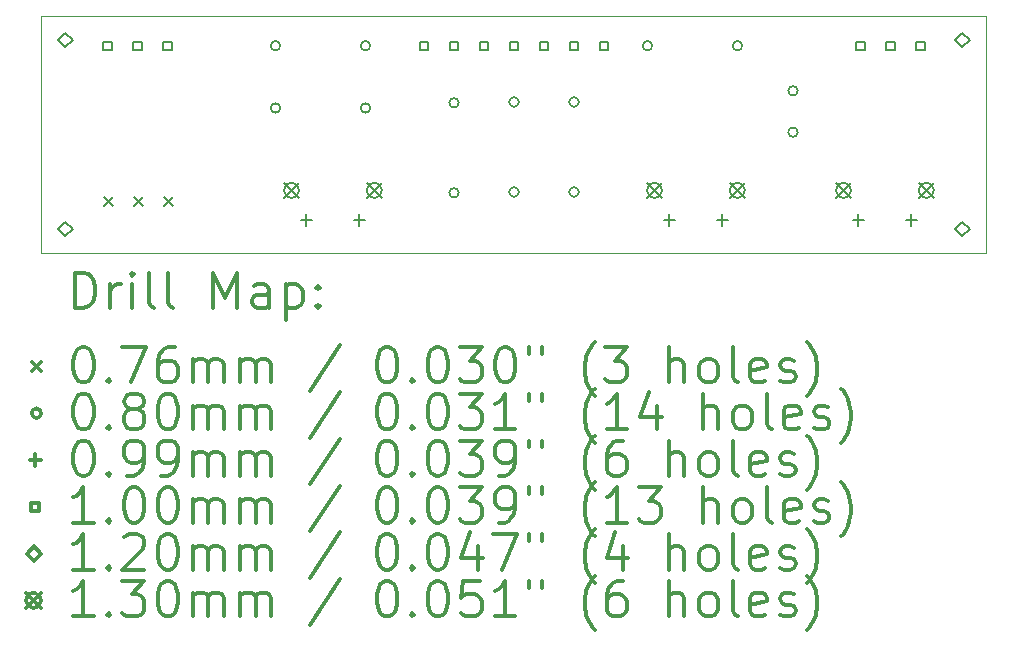
<source format=gbr>
%FSLAX45Y45*%
G04 Gerber Fmt 4.5, Leading zero omitted, Abs format (unit mm)*
G04 Created by KiCad (PCBNEW (5.1.9)-1) date 2021-06-30 13:02:03*
%MOMM*%
%LPD*%
G01*
G04 APERTURE LIST*
%TA.AperFunction,Profile*%
%ADD10C,0.050000*%
%TD*%
%ADD11C,0.200000*%
%ADD12C,0.300000*%
G04 APERTURE END LIST*
D10*
X10426700Y-8928100D02*
X10426700Y-10934700D01*
X18427700Y-8928100D02*
X10426700Y-8928100D01*
X18427700Y-10934700D02*
X18427700Y-8928100D01*
X10426700Y-10934700D02*
X18427700Y-10934700D01*
D11*
X10960100Y-10464800D02*
X11036300Y-10541000D01*
X11036300Y-10464800D02*
X10960100Y-10541000D01*
X11214100Y-10464800D02*
X11290300Y-10541000D01*
X11290300Y-10464800D02*
X11214100Y-10541000D01*
X11468100Y-10464800D02*
X11544300Y-10541000D01*
X11544300Y-10464800D02*
X11468100Y-10541000D01*
X12447900Y-9182100D02*
G75*
G03*
X12447900Y-9182100I-40000J0D01*
G01*
X12447900Y-9709150D02*
G75*
G03*
X12447900Y-9709150I-40000J0D01*
G01*
X13209900Y-9182100D02*
G75*
G03*
X13209900Y-9182100I-40000J0D01*
G01*
X13209900Y-9709150D02*
G75*
G03*
X13209900Y-9709150I-40000J0D01*
G01*
X13959200Y-9664700D02*
G75*
G03*
X13959200Y-9664700I-40000J0D01*
G01*
X13959200Y-10426700D02*
G75*
G03*
X13959200Y-10426700I-40000J0D01*
G01*
X14467200Y-9658350D02*
G75*
G03*
X14467200Y-9658350I-40000J0D01*
G01*
X14467200Y-10420350D02*
G75*
G03*
X14467200Y-10420350I-40000J0D01*
G01*
X14975200Y-9658350D02*
G75*
G03*
X14975200Y-9658350I-40000J0D01*
G01*
X14975200Y-10420350D02*
G75*
G03*
X14975200Y-10420350I-40000J0D01*
G01*
X15597500Y-9182100D02*
G75*
G03*
X15597500Y-9182100I-40000J0D01*
G01*
X16359500Y-9182100D02*
G75*
G03*
X16359500Y-9182100I-40000J0D01*
G01*
X16829400Y-9563100D02*
G75*
G03*
X16829400Y-9563100I-40000J0D01*
G01*
X16829400Y-9913100D02*
G75*
G03*
X16829400Y-9913100I-40000J0D01*
G01*
X12669100Y-10605800D02*
X12669100Y-10704800D01*
X12619600Y-10655300D02*
X12718600Y-10655300D01*
X13119100Y-10605800D02*
X13119100Y-10704800D01*
X13069600Y-10655300D02*
X13168600Y-10655300D01*
X15742500Y-10605800D02*
X15742500Y-10704800D01*
X15693000Y-10655300D02*
X15792000Y-10655300D01*
X16192500Y-10605800D02*
X16192500Y-10704800D01*
X16143000Y-10655300D02*
X16242000Y-10655300D01*
X17342700Y-10605800D02*
X17342700Y-10704800D01*
X17293200Y-10655300D02*
X17392200Y-10655300D01*
X17792700Y-10605800D02*
X17792700Y-10704800D01*
X17743200Y-10655300D02*
X17842200Y-10655300D01*
X11020856Y-9217456D02*
X11020856Y-9146744D01*
X10950144Y-9146744D01*
X10950144Y-9217456D01*
X11020856Y-9217456D01*
X11274856Y-9217456D02*
X11274856Y-9146744D01*
X11204144Y-9146744D01*
X11204144Y-9217456D01*
X11274856Y-9217456D01*
X11528856Y-9217456D02*
X11528856Y-9146744D01*
X11458144Y-9146744D01*
X11458144Y-9217456D01*
X11528856Y-9217456D01*
X13700556Y-9217456D02*
X13700556Y-9146744D01*
X13629844Y-9146744D01*
X13629844Y-9217456D01*
X13700556Y-9217456D01*
X13954556Y-9217456D02*
X13954556Y-9146744D01*
X13883844Y-9146744D01*
X13883844Y-9217456D01*
X13954556Y-9217456D01*
X14208556Y-9217456D02*
X14208556Y-9146744D01*
X14137844Y-9146744D01*
X14137844Y-9217456D01*
X14208556Y-9217456D01*
X14462556Y-9217456D02*
X14462556Y-9146744D01*
X14391844Y-9146744D01*
X14391844Y-9217456D01*
X14462556Y-9217456D01*
X14716556Y-9217456D02*
X14716556Y-9146744D01*
X14645844Y-9146744D01*
X14645844Y-9217456D01*
X14716556Y-9217456D01*
X14970556Y-9217456D02*
X14970556Y-9146744D01*
X14899844Y-9146744D01*
X14899844Y-9217456D01*
X14970556Y-9217456D01*
X15224556Y-9217456D02*
X15224556Y-9146744D01*
X15153844Y-9146744D01*
X15153844Y-9217456D01*
X15224556Y-9217456D01*
X17396256Y-9217456D02*
X17396256Y-9146744D01*
X17325544Y-9146744D01*
X17325544Y-9217456D01*
X17396256Y-9217456D01*
X17650256Y-9217456D02*
X17650256Y-9146744D01*
X17579544Y-9146744D01*
X17579544Y-9217456D01*
X17650256Y-9217456D01*
X17904256Y-9217456D02*
X17904256Y-9146744D01*
X17833544Y-9146744D01*
X17833544Y-9217456D01*
X17904256Y-9217456D01*
X10629900Y-9191300D02*
X10689900Y-9131300D01*
X10629900Y-9071300D01*
X10569900Y-9131300D01*
X10629900Y-9191300D01*
X10629900Y-10791500D02*
X10689900Y-10731500D01*
X10629900Y-10671500D01*
X10569900Y-10731500D01*
X10629900Y-10791500D01*
X18224500Y-9191300D02*
X18284500Y-9131300D01*
X18224500Y-9071300D01*
X18164500Y-9131300D01*
X18224500Y-9191300D01*
X18224500Y-10791500D02*
X18284500Y-10731500D01*
X18224500Y-10671500D01*
X18164500Y-10731500D01*
X18224500Y-10791500D01*
X12478100Y-10341300D02*
X12608100Y-10471300D01*
X12608100Y-10341300D02*
X12478100Y-10471300D01*
X12608100Y-10406300D02*
G75*
G03*
X12608100Y-10406300I-65000J0D01*
G01*
X13179100Y-10341300D02*
X13309100Y-10471300D01*
X13309100Y-10341300D02*
X13179100Y-10471300D01*
X13309100Y-10406300D02*
G75*
G03*
X13309100Y-10406300I-65000J0D01*
G01*
X15551500Y-10341300D02*
X15681500Y-10471300D01*
X15681500Y-10341300D02*
X15551500Y-10471300D01*
X15681500Y-10406300D02*
G75*
G03*
X15681500Y-10406300I-65000J0D01*
G01*
X16252500Y-10341300D02*
X16382500Y-10471300D01*
X16382500Y-10341300D02*
X16252500Y-10471300D01*
X16382500Y-10406300D02*
G75*
G03*
X16382500Y-10406300I-65000J0D01*
G01*
X17151700Y-10341300D02*
X17281700Y-10471300D01*
X17281700Y-10341300D02*
X17151700Y-10471300D01*
X17281700Y-10406300D02*
G75*
G03*
X17281700Y-10406300I-65000J0D01*
G01*
X17852700Y-10341300D02*
X17982700Y-10471300D01*
X17982700Y-10341300D02*
X17852700Y-10471300D01*
X17982700Y-10406300D02*
G75*
G03*
X17982700Y-10406300I-65000J0D01*
G01*
D12*
X10710628Y-11402914D02*
X10710628Y-11102914D01*
X10782057Y-11102914D01*
X10824914Y-11117200D01*
X10853486Y-11145772D01*
X10867771Y-11174343D01*
X10882057Y-11231486D01*
X10882057Y-11274343D01*
X10867771Y-11331486D01*
X10853486Y-11360057D01*
X10824914Y-11388629D01*
X10782057Y-11402914D01*
X10710628Y-11402914D01*
X11010628Y-11402914D02*
X11010628Y-11202914D01*
X11010628Y-11260057D02*
X11024914Y-11231486D01*
X11039200Y-11217200D01*
X11067771Y-11202914D01*
X11096343Y-11202914D01*
X11196343Y-11402914D02*
X11196343Y-11202914D01*
X11196343Y-11102914D02*
X11182057Y-11117200D01*
X11196343Y-11131486D01*
X11210628Y-11117200D01*
X11196343Y-11102914D01*
X11196343Y-11131486D01*
X11382057Y-11402914D02*
X11353486Y-11388629D01*
X11339200Y-11360057D01*
X11339200Y-11102914D01*
X11539200Y-11402914D02*
X11510628Y-11388629D01*
X11496343Y-11360057D01*
X11496343Y-11102914D01*
X11882057Y-11402914D02*
X11882057Y-11102914D01*
X11982057Y-11317200D01*
X12082057Y-11102914D01*
X12082057Y-11402914D01*
X12353486Y-11402914D02*
X12353486Y-11245771D01*
X12339200Y-11217200D01*
X12310628Y-11202914D01*
X12253486Y-11202914D01*
X12224914Y-11217200D01*
X12353486Y-11388629D02*
X12324914Y-11402914D01*
X12253486Y-11402914D01*
X12224914Y-11388629D01*
X12210628Y-11360057D01*
X12210628Y-11331486D01*
X12224914Y-11302914D01*
X12253486Y-11288629D01*
X12324914Y-11288629D01*
X12353486Y-11274343D01*
X12496343Y-11202914D02*
X12496343Y-11502914D01*
X12496343Y-11217200D02*
X12524914Y-11202914D01*
X12582057Y-11202914D01*
X12610628Y-11217200D01*
X12624914Y-11231486D01*
X12639200Y-11260057D01*
X12639200Y-11345771D01*
X12624914Y-11374343D01*
X12610628Y-11388629D01*
X12582057Y-11402914D01*
X12524914Y-11402914D01*
X12496343Y-11388629D01*
X12767771Y-11374343D02*
X12782057Y-11388629D01*
X12767771Y-11402914D01*
X12753486Y-11388629D01*
X12767771Y-11374343D01*
X12767771Y-11402914D01*
X12767771Y-11217200D02*
X12782057Y-11231486D01*
X12767771Y-11245771D01*
X12753486Y-11231486D01*
X12767771Y-11217200D01*
X12767771Y-11245771D01*
X10348000Y-11859100D02*
X10424200Y-11935300D01*
X10424200Y-11859100D02*
X10348000Y-11935300D01*
X10767771Y-11732914D02*
X10796343Y-11732914D01*
X10824914Y-11747200D01*
X10839200Y-11761486D01*
X10853486Y-11790057D01*
X10867771Y-11847200D01*
X10867771Y-11918629D01*
X10853486Y-11975771D01*
X10839200Y-12004343D01*
X10824914Y-12018629D01*
X10796343Y-12032914D01*
X10767771Y-12032914D01*
X10739200Y-12018629D01*
X10724914Y-12004343D01*
X10710628Y-11975771D01*
X10696343Y-11918629D01*
X10696343Y-11847200D01*
X10710628Y-11790057D01*
X10724914Y-11761486D01*
X10739200Y-11747200D01*
X10767771Y-11732914D01*
X10996343Y-12004343D02*
X11010628Y-12018629D01*
X10996343Y-12032914D01*
X10982057Y-12018629D01*
X10996343Y-12004343D01*
X10996343Y-12032914D01*
X11110628Y-11732914D02*
X11310628Y-11732914D01*
X11182057Y-12032914D01*
X11553486Y-11732914D02*
X11496343Y-11732914D01*
X11467771Y-11747200D01*
X11453486Y-11761486D01*
X11424914Y-11804343D01*
X11410628Y-11861486D01*
X11410628Y-11975771D01*
X11424914Y-12004343D01*
X11439200Y-12018629D01*
X11467771Y-12032914D01*
X11524914Y-12032914D01*
X11553486Y-12018629D01*
X11567771Y-12004343D01*
X11582057Y-11975771D01*
X11582057Y-11904343D01*
X11567771Y-11875771D01*
X11553486Y-11861486D01*
X11524914Y-11847200D01*
X11467771Y-11847200D01*
X11439200Y-11861486D01*
X11424914Y-11875771D01*
X11410628Y-11904343D01*
X11710628Y-12032914D02*
X11710628Y-11832914D01*
X11710628Y-11861486D02*
X11724914Y-11847200D01*
X11753486Y-11832914D01*
X11796343Y-11832914D01*
X11824914Y-11847200D01*
X11839200Y-11875771D01*
X11839200Y-12032914D01*
X11839200Y-11875771D02*
X11853486Y-11847200D01*
X11882057Y-11832914D01*
X11924914Y-11832914D01*
X11953486Y-11847200D01*
X11967771Y-11875771D01*
X11967771Y-12032914D01*
X12110628Y-12032914D02*
X12110628Y-11832914D01*
X12110628Y-11861486D02*
X12124914Y-11847200D01*
X12153486Y-11832914D01*
X12196343Y-11832914D01*
X12224914Y-11847200D01*
X12239200Y-11875771D01*
X12239200Y-12032914D01*
X12239200Y-11875771D02*
X12253486Y-11847200D01*
X12282057Y-11832914D01*
X12324914Y-11832914D01*
X12353486Y-11847200D01*
X12367771Y-11875771D01*
X12367771Y-12032914D01*
X12953486Y-11718629D02*
X12696343Y-12104343D01*
X13339200Y-11732914D02*
X13367771Y-11732914D01*
X13396343Y-11747200D01*
X13410628Y-11761486D01*
X13424914Y-11790057D01*
X13439200Y-11847200D01*
X13439200Y-11918629D01*
X13424914Y-11975771D01*
X13410628Y-12004343D01*
X13396343Y-12018629D01*
X13367771Y-12032914D01*
X13339200Y-12032914D01*
X13310628Y-12018629D01*
X13296343Y-12004343D01*
X13282057Y-11975771D01*
X13267771Y-11918629D01*
X13267771Y-11847200D01*
X13282057Y-11790057D01*
X13296343Y-11761486D01*
X13310628Y-11747200D01*
X13339200Y-11732914D01*
X13567771Y-12004343D02*
X13582057Y-12018629D01*
X13567771Y-12032914D01*
X13553486Y-12018629D01*
X13567771Y-12004343D01*
X13567771Y-12032914D01*
X13767771Y-11732914D02*
X13796343Y-11732914D01*
X13824914Y-11747200D01*
X13839200Y-11761486D01*
X13853486Y-11790057D01*
X13867771Y-11847200D01*
X13867771Y-11918629D01*
X13853486Y-11975771D01*
X13839200Y-12004343D01*
X13824914Y-12018629D01*
X13796343Y-12032914D01*
X13767771Y-12032914D01*
X13739200Y-12018629D01*
X13724914Y-12004343D01*
X13710628Y-11975771D01*
X13696343Y-11918629D01*
X13696343Y-11847200D01*
X13710628Y-11790057D01*
X13724914Y-11761486D01*
X13739200Y-11747200D01*
X13767771Y-11732914D01*
X13967771Y-11732914D02*
X14153486Y-11732914D01*
X14053486Y-11847200D01*
X14096343Y-11847200D01*
X14124914Y-11861486D01*
X14139200Y-11875771D01*
X14153486Y-11904343D01*
X14153486Y-11975771D01*
X14139200Y-12004343D01*
X14124914Y-12018629D01*
X14096343Y-12032914D01*
X14010628Y-12032914D01*
X13982057Y-12018629D01*
X13967771Y-12004343D01*
X14339200Y-11732914D02*
X14367771Y-11732914D01*
X14396343Y-11747200D01*
X14410628Y-11761486D01*
X14424914Y-11790057D01*
X14439200Y-11847200D01*
X14439200Y-11918629D01*
X14424914Y-11975771D01*
X14410628Y-12004343D01*
X14396343Y-12018629D01*
X14367771Y-12032914D01*
X14339200Y-12032914D01*
X14310628Y-12018629D01*
X14296343Y-12004343D01*
X14282057Y-11975771D01*
X14267771Y-11918629D01*
X14267771Y-11847200D01*
X14282057Y-11790057D01*
X14296343Y-11761486D01*
X14310628Y-11747200D01*
X14339200Y-11732914D01*
X14553486Y-11732914D02*
X14553486Y-11790057D01*
X14667771Y-11732914D02*
X14667771Y-11790057D01*
X15110628Y-12147200D02*
X15096343Y-12132914D01*
X15067771Y-12090057D01*
X15053486Y-12061486D01*
X15039200Y-12018629D01*
X15024914Y-11947200D01*
X15024914Y-11890057D01*
X15039200Y-11818629D01*
X15053486Y-11775771D01*
X15067771Y-11747200D01*
X15096343Y-11704343D01*
X15110628Y-11690057D01*
X15196343Y-11732914D02*
X15382057Y-11732914D01*
X15282057Y-11847200D01*
X15324914Y-11847200D01*
X15353486Y-11861486D01*
X15367771Y-11875771D01*
X15382057Y-11904343D01*
X15382057Y-11975771D01*
X15367771Y-12004343D01*
X15353486Y-12018629D01*
X15324914Y-12032914D01*
X15239200Y-12032914D01*
X15210628Y-12018629D01*
X15196343Y-12004343D01*
X15739200Y-12032914D02*
X15739200Y-11732914D01*
X15867771Y-12032914D02*
X15867771Y-11875771D01*
X15853486Y-11847200D01*
X15824914Y-11832914D01*
X15782057Y-11832914D01*
X15753486Y-11847200D01*
X15739200Y-11861486D01*
X16053486Y-12032914D02*
X16024914Y-12018629D01*
X16010628Y-12004343D01*
X15996343Y-11975771D01*
X15996343Y-11890057D01*
X16010628Y-11861486D01*
X16024914Y-11847200D01*
X16053486Y-11832914D01*
X16096343Y-11832914D01*
X16124914Y-11847200D01*
X16139200Y-11861486D01*
X16153486Y-11890057D01*
X16153486Y-11975771D01*
X16139200Y-12004343D01*
X16124914Y-12018629D01*
X16096343Y-12032914D01*
X16053486Y-12032914D01*
X16324914Y-12032914D02*
X16296343Y-12018629D01*
X16282057Y-11990057D01*
X16282057Y-11732914D01*
X16553486Y-12018629D02*
X16524914Y-12032914D01*
X16467771Y-12032914D01*
X16439200Y-12018629D01*
X16424914Y-11990057D01*
X16424914Y-11875771D01*
X16439200Y-11847200D01*
X16467771Y-11832914D01*
X16524914Y-11832914D01*
X16553486Y-11847200D01*
X16567771Y-11875771D01*
X16567771Y-11904343D01*
X16424914Y-11932914D01*
X16682057Y-12018629D02*
X16710628Y-12032914D01*
X16767771Y-12032914D01*
X16796343Y-12018629D01*
X16810628Y-11990057D01*
X16810628Y-11975771D01*
X16796343Y-11947200D01*
X16767771Y-11932914D01*
X16724914Y-11932914D01*
X16696343Y-11918629D01*
X16682057Y-11890057D01*
X16682057Y-11875771D01*
X16696343Y-11847200D01*
X16724914Y-11832914D01*
X16767771Y-11832914D01*
X16796343Y-11847200D01*
X16910628Y-12147200D02*
X16924914Y-12132914D01*
X16953486Y-12090057D01*
X16967771Y-12061486D01*
X16982057Y-12018629D01*
X16996343Y-11947200D01*
X16996343Y-11890057D01*
X16982057Y-11818629D01*
X16967771Y-11775771D01*
X16953486Y-11747200D01*
X16924914Y-11704343D01*
X16910628Y-11690057D01*
X10424200Y-12293200D02*
G75*
G03*
X10424200Y-12293200I-40000J0D01*
G01*
X10767771Y-12128914D02*
X10796343Y-12128914D01*
X10824914Y-12143200D01*
X10839200Y-12157486D01*
X10853486Y-12186057D01*
X10867771Y-12243200D01*
X10867771Y-12314629D01*
X10853486Y-12371771D01*
X10839200Y-12400343D01*
X10824914Y-12414629D01*
X10796343Y-12428914D01*
X10767771Y-12428914D01*
X10739200Y-12414629D01*
X10724914Y-12400343D01*
X10710628Y-12371771D01*
X10696343Y-12314629D01*
X10696343Y-12243200D01*
X10710628Y-12186057D01*
X10724914Y-12157486D01*
X10739200Y-12143200D01*
X10767771Y-12128914D01*
X10996343Y-12400343D02*
X11010628Y-12414629D01*
X10996343Y-12428914D01*
X10982057Y-12414629D01*
X10996343Y-12400343D01*
X10996343Y-12428914D01*
X11182057Y-12257486D02*
X11153486Y-12243200D01*
X11139200Y-12228914D01*
X11124914Y-12200343D01*
X11124914Y-12186057D01*
X11139200Y-12157486D01*
X11153486Y-12143200D01*
X11182057Y-12128914D01*
X11239200Y-12128914D01*
X11267771Y-12143200D01*
X11282057Y-12157486D01*
X11296343Y-12186057D01*
X11296343Y-12200343D01*
X11282057Y-12228914D01*
X11267771Y-12243200D01*
X11239200Y-12257486D01*
X11182057Y-12257486D01*
X11153486Y-12271771D01*
X11139200Y-12286057D01*
X11124914Y-12314629D01*
X11124914Y-12371771D01*
X11139200Y-12400343D01*
X11153486Y-12414629D01*
X11182057Y-12428914D01*
X11239200Y-12428914D01*
X11267771Y-12414629D01*
X11282057Y-12400343D01*
X11296343Y-12371771D01*
X11296343Y-12314629D01*
X11282057Y-12286057D01*
X11267771Y-12271771D01*
X11239200Y-12257486D01*
X11482057Y-12128914D02*
X11510628Y-12128914D01*
X11539200Y-12143200D01*
X11553486Y-12157486D01*
X11567771Y-12186057D01*
X11582057Y-12243200D01*
X11582057Y-12314629D01*
X11567771Y-12371771D01*
X11553486Y-12400343D01*
X11539200Y-12414629D01*
X11510628Y-12428914D01*
X11482057Y-12428914D01*
X11453486Y-12414629D01*
X11439200Y-12400343D01*
X11424914Y-12371771D01*
X11410628Y-12314629D01*
X11410628Y-12243200D01*
X11424914Y-12186057D01*
X11439200Y-12157486D01*
X11453486Y-12143200D01*
X11482057Y-12128914D01*
X11710628Y-12428914D02*
X11710628Y-12228914D01*
X11710628Y-12257486D02*
X11724914Y-12243200D01*
X11753486Y-12228914D01*
X11796343Y-12228914D01*
X11824914Y-12243200D01*
X11839200Y-12271771D01*
X11839200Y-12428914D01*
X11839200Y-12271771D02*
X11853486Y-12243200D01*
X11882057Y-12228914D01*
X11924914Y-12228914D01*
X11953486Y-12243200D01*
X11967771Y-12271771D01*
X11967771Y-12428914D01*
X12110628Y-12428914D02*
X12110628Y-12228914D01*
X12110628Y-12257486D02*
X12124914Y-12243200D01*
X12153486Y-12228914D01*
X12196343Y-12228914D01*
X12224914Y-12243200D01*
X12239200Y-12271771D01*
X12239200Y-12428914D01*
X12239200Y-12271771D02*
X12253486Y-12243200D01*
X12282057Y-12228914D01*
X12324914Y-12228914D01*
X12353486Y-12243200D01*
X12367771Y-12271771D01*
X12367771Y-12428914D01*
X12953486Y-12114629D02*
X12696343Y-12500343D01*
X13339200Y-12128914D02*
X13367771Y-12128914D01*
X13396343Y-12143200D01*
X13410628Y-12157486D01*
X13424914Y-12186057D01*
X13439200Y-12243200D01*
X13439200Y-12314629D01*
X13424914Y-12371771D01*
X13410628Y-12400343D01*
X13396343Y-12414629D01*
X13367771Y-12428914D01*
X13339200Y-12428914D01*
X13310628Y-12414629D01*
X13296343Y-12400343D01*
X13282057Y-12371771D01*
X13267771Y-12314629D01*
X13267771Y-12243200D01*
X13282057Y-12186057D01*
X13296343Y-12157486D01*
X13310628Y-12143200D01*
X13339200Y-12128914D01*
X13567771Y-12400343D02*
X13582057Y-12414629D01*
X13567771Y-12428914D01*
X13553486Y-12414629D01*
X13567771Y-12400343D01*
X13567771Y-12428914D01*
X13767771Y-12128914D02*
X13796343Y-12128914D01*
X13824914Y-12143200D01*
X13839200Y-12157486D01*
X13853486Y-12186057D01*
X13867771Y-12243200D01*
X13867771Y-12314629D01*
X13853486Y-12371771D01*
X13839200Y-12400343D01*
X13824914Y-12414629D01*
X13796343Y-12428914D01*
X13767771Y-12428914D01*
X13739200Y-12414629D01*
X13724914Y-12400343D01*
X13710628Y-12371771D01*
X13696343Y-12314629D01*
X13696343Y-12243200D01*
X13710628Y-12186057D01*
X13724914Y-12157486D01*
X13739200Y-12143200D01*
X13767771Y-12128914D01*
X13967771Y-12128914D02*
X14153486Y-12128914D01*
X14053486Y-12243200D01*
X14096343Y-12243200D01*
X14124914Y-12257486D01*
X14139200Y-12271771D01*
X14153486Y-12300343D01*
X14153486Y-12371771D01*
X14139200Y-12400343D01*
X14124914Y-12414629D01*
X14096343Y-12428914D01*
X14010628Y-12428914D01*
X13982057Y-12414629D01*
X13967771Y-12400343D01*
X14439200Y-12428914D02*
X14267771Y-12428914D01*
X14353486Y-12428914D02*
X14353486Y-12128914D01*
X14324914Y-12171771D01*
X14296343Y-12200343D01*
X14267771Y-12214629D01*
X14553486Y-12128914D02*
X14553486Y-12186057D01*
X14667771Y-12128914D02*
X14667771Y-12186057D01*
X15110628Y-12543200D02*
X15096343Y-12528914D01*
X15067771Y-12486057D01*
X15053486Y-12457486D01*
X15039200Y-12414629D01*
X15024914Y-12343200D01*
X15024914Y-12286057D01*
X15039200Y-12214629D01*
X15053486Y-12171771D01*
X15067771Y-12143200D01*
X15096343Y-12100343D01*
X15110628Y-12086057D01*
X15382057Y-12428914D02*
X15210628Y-12428914D01*
X15296343Y-12428914D02*
X15296343Y-12128914D01*
X15267771Y-12171771D01*
X15239200Y-12200343D01*
X15210628Y-12214629D01*
X15639200Y-12228914D02*
X15639200Y-12428914D01*
X15567771Y-12114629D02*
X15496343Y-12328914D01*
X15682057Y-12328914D01*
X16024914Y-12428914D02*
X16024914Y-12128914D01*
X16153486Y-12428914D02*
X16153486Y-12271771D01*
X16139200Y-12243200D01*
X16110628Y-12228914D01*
X16067771Y-12228914D01*
X16039200Y-12243200D01*
X16024914Y-12257486D01*
X16339200Y-12428914D02*
X16310628Y-12414629D01*
X16296343Y-12400343D01*
X16282057Y-12371771D01*
X16282057Y-12286057D01*
X16296343Y-12257486D01*
X16310628Y-12243200D01*
X16339200Y-12228914D01*
X16382057Y-12228914D01*
X16410628Y-12243200D01*
X16424914Y-12257486D01*
X16439200Y-12286057D01*
X16439200Y-12371771D01*
X16424914Y-12400343D01*
X16410628Y-12414629D01*
X16382057Y-12428914D01*
X16339200Y-12428914D01*
X16610628Y-12428914D02*
X16582057Y-12414629D01*
X16567771Y-12386057D01*
X16567771Y-12128914D01*
X16839200Y-12414629D02*
X16810628Y-12428914D01*
X16753486Y-12428914D01*
X16724914Y-12414629D01*
X16710628Y-12386057D01*
X16710628Y-12271771D01*
X16724914Y-12243200D01*
X16753486Y-12228914D01*
X16810628Y-12228914D01*
X16839200Y-12243200D01*
X16853486Y-12271771D01*
X16853486Y-12300343D01*
X16710628Y-12328914D01*
X16967771Y-12414629D02*
X16996343Y-12428914D01*
X17053486Y-12428914D01*
X17082057Y-12414629D01*
X17096343Y-12386057D01*
X17096343Y-12371771D01*
X17082057Y-12343200D01*
X17053486Y-12328914D01*
X17010628Y-12328914D01*
X16982057Y-12314629D01*
X16967771Y-12286057D01*
X16967771Y-12271771D01*
X16982057Y-12243200D01*
X17010628Y-12228914D01*
X17053486Y-12228914D01*
X17082057Y-12243200D01*
X17196343Y-12543200D02*
X17210628Y-12528914D01*
X17239200Y-12486057D01*
X17253486Y-12457486D01*
X17267771Y-12414629D01*
X17282057Y-12343200D01*
X17282057Y-12286057D01*
X17267771Y-12214629D01*
X17253486Y-12171771D01*
X17239200Y-12143200D01*
X17210628Y-12100343D01*
X17196343Y-12086057D01*
X10374700Y-12639700D02*
X10374700Y-12738700D01*
X10325200Y-12689200D02*
X10424200Y-12689200D01*
X10767771Y-12524914D02*
X10796343Y-12524914D01*
X10824914Y-12539200D01*
X10839200Y-12553486D01*
X10853486Y-12582057D01*
X10867771Y-12639200D01*
X10867771Y-12710629D01*
X10853486Y-12767771D01*
X10839200Y-12796343D01*
X10824914Y-12810629D01*
X10796343Y-12824914D01*
X10767771Y-12824914D01*
X10739200Y-12810629D01*
X10724914Y-12796343D01*
X10710628Y-12767771D01*
X10696343Y-12710629D01*
X10696343Y-12639200D01*
X10710628Y-12582057D01*
X10724914Y-12553486D01*
X10739200Y-12539200D01*
X10767771Y-12524914D01*
X10996343Y-12796343D02*
X11010628Y-12810629D01*
X10996343Y-12824914D01*
X10982057Y-12810629D01*
X10996343Y-12796343D01*
X10996343Y-12824914D01*
X11153486Y-12824914D02*
X11210628Y-12824914D01*
X11239200Y-12810629D01*
X11253486Y-12796343D01*
X11282057Y-12753486D01*
X11296343Y-12696343D01*
X11296343Y-12582057D01*
X11282057Y-12553486D01*
X11267771Y-12539200D01*
X11239200Y-12524914D01*
X11182057Y-12524914D01*
X11153486Y-12539200D01*
X11139200Y-12553486D01*
X11124914Y-12582057D01*
X11124914Y-12653486D01*
X11139200Y-12682057D01*
X11153486Y-12696343D01*
X11182057Y-12710629D01*
X11239200Y-12710629D01*
X11267771Y-12696343D01*
X11282057Y-12682057D01*
X11296343Y-12653486D01*
X11439200Y-12824914D02*
X11496343Y-12824914D01*
X11524914Y-12810629D01*
X11539200Y-12796343D01*
X11567771Y-12753486D01*
X11582057Y-12696343D01*
X11582057Y-12582057D01*
X11567771Y-12553486D01*
X11553486Y-12539200D01*
X11524914Y-12524914D01*
X11467771Y-12524914D01*
X11439200Y-12539200D01*
X11424914Y-12553486D01*
X11410628Y-12582057D01*
X11410628Y-12653486D01*
X11424914Y-12682057D01*
X11439200Y-12696343D01*
X11467771Y-12710629D01*
X11524914Y-12710629D01*
X11553486Y-12696343D01*
X11567771Y-12682057D01*
X11582057Y-12653486D01*
X11710628Y-12824914D02*
X11710628Y-12624914D01*
X11710628Y-12653486D02*
X11724914Y-12639200D01*
X11753486Y-12624914D01*
X11796343Y-12624914D01*
X11824914Y-12639200D01*
X11839200Y-12667771D01*
X11839200Y-12824914D01*
X11839200Y-12667771D02*
X11853486Y-12639200D01*
X11882057Y-12624914D01*
X11924914Y-12624914D01*
X11953486Y-12639200D01*
X11967771Y-12667771D01*
X11967771Y-12824914D01*
X12110628Y-12824914D02*
X12110628Y-12624914D01*
X12110628Y-12653486D02*
X12124914Y-12639200D01*
X12153486Y-12624914D01*
X12196343Y-12624914D01*
X12224914Y-12639200D01*
X12239200Y-12667771D01*
X12239200Y-12824914D01*
X12239200Y-12667771D02*
X12253486Y-12639200D01*
X12282057Y-12624914D01*
X12324914Y-12624914D01*
X12353486Y-12639200D01*
X12367771Y-12667771D01*
X12367771Y-12824914D01*
X12953486Y-12510629D02*
X12696343Y-12896343D01*
X13339200Y-12524914D02*
X13367771Y-12524914D01*
X13396343Y-12539200D01*
X13410628Y-12553486D01*
X13424914Y-12582057D01*
X13439200Y-12639200D01*
X13439200Y-12710629D01*
X13424914Y-12767771D01*
X13410628Y-12796343D01*
X13396343Y-12810629D01*
X13367771Y-12824914D01*
X13339200Y-12824914D01*
X13310628Y-12810629D01*
X13296343Y-12796343D01*
X13282057Y-12767771D01*
X13267771Y-12710629D01*
X13267771Y-12639200D01*
X13282057Y-12582057D01*
X13296343Y-12553486D01*
X13310628Y-12539200D01*
X13339200Y-12524914D01*
X13567771Y-12796343D02*
X13582057Y-12810629D01*
X13567771Y-12824914D01*
X13553486Y-12810629D01*
X13567771Y-12796343D01*
X13567771Y-12824914D01*
X13767771Y-12524914D02*
X13796343Y-12524914D01*
X13824914Y-12539200D01*
X13839200Y-12553486D01*
X13853486Y-12582057D01*
X13867771Y-12639200D01*
X13867771Y-12710629D01*
X13853486Y-12767771D01*
X13839200Y-12796343D01*
X13824914Y-12810629D01*
X13796343Y-12824914D01*
X13767771Y-12824914D01*
X13739200Y-12810629D01*
X13724914Y-12796343D01*
X13710628Y-12767771D01*
X13696343Y-12710629D01*
X13696343Y-12639200D01*
X13710628Y-12582057D01*
X13724914Y-12553486D01*
X13739200Y-12539200D01*
X13767771Y-12524914D01*
X13967771Y-12524914D02*
X14153486Y-12524914D01*
X14053486Y-12639200D01*
X14096343Y-12639200D01*
X14124914Y-12653486D01*
X14139200Y-12667771D01*
X14153486Y-12696343D01*
X14153486Y-12767771D01*
X14139200Y-12796343D01*
X14124914Y-12810629D01*
X14096343Y-12824914D01*
X14010628Y-12824914D01*
X13982057Y-12810629D01*
X13967771Y-12796343D01*
X14296343Y-12824914D02*
X14353486Y-12824914D01*
X14382057Y-12810629D01*
X14396343Y-12796343D01*
X14424914Y-12753486D01*
X14439200Y-12696343D01*
X14439200Y-12582057D01*
X14424914Y-12553486D01*
X14410628Y-12539200D01*
X14382057Y-12524914D01*
X14324914Y-12524914D01*
X14296343Y-12539200D01*
X14282057Y-12553486D01*
X14267771Y-12582057D01*
X14267771Y-12653486D01*
X14282057Y-12682057D01*
X14296343Y-12696343D01*
X14324914Y-12710629D01*
X14382057Y-12710629D01*
X14410628Y-12696343D01*
X14424914Y-12682057D01*
X14439200Y-12653486D01*
X14553486Y-12524914D02*
X14553486Y-12582057D01*
X14667771Y-12524914D02*
X14667771Y-12582057D01*
X15110628Y-12939200D02*
X15096343Y-12924914D01*
X15067771Y-12882057D01*
X15053486Y-12853486D01*
X15039200Y-12810629D01*
X15024914Y-12739200D01*
X15024914Y-12682057D01*
X15039200Y-12610629D01*
X15053486Y-12567771D01*
X15067771Y-12539200D01*
X15096343Y-12496343D01*
X15110628Y-12482057D01*
X15353486Y-12524914D02*
X15296343Y-12524914D01*
X15267771Y-12539200D01*
X15253486Y-12553486D01*
X15224914Y-12596343D01*
X15210628Y-12653486D01*
X15210628Y-12767771D01*
X15224914Y-12796343D01*
X15239200Y-12810629D01*
X15267771Y-12824914D01*
X15324914Y-12824914D01*
X15353486Y-12810629D01*
X15367771Y-12796343D01*
X15382057Y-12767771D01*
X15382057Y-12696343D01*
X15367771Y-12667771D01*
X15353486Y-12653486D01*
X15324914Y-12639200D01*
X15267771Y-12639200D01*
X15239200Y-12653486D01*
X15224914Y-12667771D01*
X15210628Y-12696343D01*
X15739200Y-12824914D02*
X15739200Y-12524914D01*
X15867771Y-12824914D02*
X15867771Y-12667771D01*
X15853486Y-12639200D01*
X15824914Y-12624914D01*
X15782057Y-12624914D01*
X15753486Y-12639200D01*
X15739200Y-12653486D01*
X16053486Y-12824914D02*
X16024914Y-12810629D01*
X16010628Y-12796343D01*
X15996343Y-12767771D01*
X15996343Y-12682057D01*
X16010628Y-12653486D01*
X16024914Y-12639200D01*
X16053486Y-12624914D01*
X16096343Y-12624914D01*
X16124914Y-12639200D01*
X16139200Y-12653486D01*
X16153486Y-12682057D01*
X16153486Y-12767771D01*
X16139200Y-12796343D01*
X16124914Y-12810629D01*
X16096343Y-12824914D01*
X16053486Y-12824914D01*
X16324914Y-12824914D02*
X16296343Y-12810629D01*
X16282057Y-12782057D01*
X16282057Y-12524914D01*
X16553486Y-12810629D02*
X16524914Y-12824914D01*
X16467771Y-12824914D01*
X16439200Y-12810629D01*
X16424914Y-12782057D01*
X16424914Y-12667771D01*
X16439200Y-12639200D01*
X16467771Y-12624914D01*
X16524914Y-12624914D01*
X16553486Y-12639200D01*
X16567771Y-12667771D01*
X16567771Y-12696343D01*
X16424914Y-12724914D01*
X16682057Y-12810629D02*
X16710628Y-12824914D01*
X16767771Y-12824914D01*
X16796343Y-12810629D01*
X16810628Y-12782057D01*
X16810628Y-12767771D01*
X16796343Y-12739200D01*
X16767771Y-12724914D01*
X16724914Y-12724914D01*
X16696343Y-12710629D01*
X16682057Y-12682057D01*
X16682057Y-12667771D01*
X16696343Y-12639200D01*
X16724914Y-12624914D01*
X16767771Y-12624914D01*
X16796343Y-12639200D01*
X16910628Y-12939200D02*
X16924914Y-12924914D01*
X16953486Y-12882057D01*
X16967771Y-12853486D01*
X16982057Y-12810629D01*
X16996343Y-12739200D01*
X16996343Y-12682057D01*
X16982057Y-12610629D01*
X16967771Y-12567771D01*
X16953486Y-12539200D01*
X16924914Y-12496343D01*
X16910628Y-12482057D01*
X10409556Y-13120556D02*
X10409556Y-13049844D01*
X10338844Y-13049844D01*
X10338844Y-13120556D01*
X10409556Y-13120556D01*
X10867771Y-13220914D02*
X10696343Y-13220914D01*
X10782057Y-13220914D02*
X10782057Y-12920914D01*
X10753486Y-12963771D01*
X10724914Y-12992343D01*
X10696343Y-13006629D01*
X10996343Y-13192343D02*
X11010628Y-13206629D01*
X10996343Y-13220914D01*
X10982057Y-13206629D01*
X10996343Y-13192343D01*
X10996343Y-13220914D01*
X11196343Y-12920914D02*
X11224914Y-12920914D01*
X11253486Y-12935200D01*
X11267771Y-12949486D01*
X11282057Y-12978057D01*
X11296343Y-13035200D01*
X11296343Y-13106629D01*
X11282057Y-13163771D01*
X11267771Y-13192343D01*
X11253486Y-13206629D01*
X11224914Y-13220914D01*
X11196343Y-13220914D01*
X11167771Y-13206629D01*
X11153486Y-13192343D01*
X11139200Y-13163771D01*
X11124914Y-13106629D01*
X11124914Y-13035200D01*
X11139200Y-12978057D01*
X11153486Y-12949486D01*
X11167771Y-12935200D01*
X11196343Y-12920914D01*
X11482057Y-12920914D02*
X11510628Y-12920914D01*
X11539200Y-12935200D01*
X11553486Y-12949486D01*
X11567771Y-12978057D01*
X11582057Y-13035200D01*
X11582057Y-13106629D01*
X11567771Y-13163771D01*
X11553486Y-13192343D01*
X11539200Y-13206629D01*
X11510628Y-13220914D01*
X11482057Y-13220914D01*
X11453486Y-13206629D01*
X11439200Y-13192343D01*
X11424914Y-13163771D01*
X11410628Y-13106629D01*
X11410628Y-13035200D01*
X11424914Y-12978057D01*
X11439200Y-12949486D01*
X11453486Y-12935200D01*
X11482057Y-12920914D01*
X11710628Y-13220914D02*
X11710628Y-13020914D01*
X11710628Y-13049486D02*
X11724914Y-13035200D01*
X11753486Y-13020914D01*
X11796343Y-13020914D01*
X11824914Y-13035200D01*
X11839200Y-13063771D01*
X11839200Y-13220914D01*
X11839200Y-13063771D02*
X11853486Y-13035200D01*
X11882057Y-13020914D01*
X11924914Y-13020914D01*
X11953486Y-13035200D01*
X11967771Y-13063771D01*
X11967771Y-13220914D01*
X12110628Y-13220914D02*
X12110628Y-13020914D01*
X12110628Y-13049486D02*
X12124914Y-13035200D01*
X12153486Y-13020914D01*
X12196343Y-13020914D01*
X12224914Y-13035200D01*
X12239200Y-13063771D01*
X12239200Y-13220914D01*
X12239200Y-13063771D02*
X12253486Y-13035200D01*
X12282057Y-13020914D01*
X12324914Y-13020914D01*
X12353486Y-13035200D01*
X12367771Y-13063771D01*
X12367771Y-13220914D01*
X12953486Y-12906629D02*
X12696343Y-13292343D01*
X13339200Y-12920914D02*
X13367771Y-12920914D01*
X13396343Y-12935200D01*
X13410628Y-12949486D01*
X13424914Y-12978057D01*
X13439200Y-13035200D01*
X13439200Y-13106629D01*
X13424914Y-13163771D01*
X13410628Y-13192343D01*
X13396343Y-13206629D01*
X13367771Y-13220914D01*
X13339200Y-13220914D01*
X13310628Y-13206629D01*
X13296343Y-13192343D01*
X13282057Y-13163771D01*
X13267771Y-13106629D01*
X13267771Y-13035200D01*
X13282057Y-12978057D01*
X13296343Y-12949486D01*
X13310628Y-12935200D01*
X13339200Y-12920914D01*
X13567771Y-13192343D02*
X13582057Y-13206629D01*
X13567771Y-13220914D01*
X13553486Y-13206629D01*
X13567771Y-13192343D01*
X13567771Y-13220914D01*
X13767771Y-12920914D02*
X13796343Y-12920914D01*
X13824914Y-12935200D01*
X13839200Y-12949486D01*
X13853486Y-12978057D01*
X13867771Y-13035200D01*
X13867771Y-13106629D01*
X13853486Y-13163771D01*
X13839200Y-13192343D01*
X13824914Y-13206629D01*
X13796343Y-13220914D01*
X13767771Y-13220914D01*
X13739200Y-13206629D01*
X13724914Y-13192343D01*
X13710628Y-13163771D01*
X13696343Y-13106629D01*
X13696343Y-13035200D01*
X13710628Y-12978057D01*
X13724914Y-12949486D01*
X13739200Y-12935200D01*
X13767771Y-12920914D01*
X13967771Y-12920914D02*
X14153486Y-12920914D01*
X14053486Y-13035200D01*
X14096343Y-13035200D01*
X14124914Y-13049486D01*
X14139200Y-13063771D01*
X14153486Y-13092343D01*
X14153486Y-13163771D01*
X14139200Y-13192343D01*
X14124914Y-13206629D01*
X14096343Y-13220914D01*
X14010628Y-13220914D01*
X13982057Y-13206629D01*
X13967771Y-13192343D01*
X14296343Y-13220914D02*
X14353486Y-13220914D01*
X14382057Y-13206629D01*
X14396343Y-13192343D01*
X14424914Y-13149486D01*
X14439200Y-13092343D01*
X14439200Y-12978057D01*
X14424914Y-12949486D01*
X14410628Y-12935200D01*
X14382057Y-12920914D01*
X14324914Y-12920914D01*
X14296343Y-12935200D01*
X14282057Y-12949486D01*
X14267771Y-12978057D01*
X14267771Y-13049486D01*
X14282057Y-13078057D01*
X14296343Y-13092343D01*
X14324914Y-13106629D01*
X14382057Y-13106629D01*
X14410628Y-13092343D01*
X14424914Y-13078057D01*
X14439200Y-13049486D01*
X14553486Y-12920914D02*
X14553486Y-12978057D01*
X14667771Y-12920914D02*
X14667771Y-12978057D01*
X15110628Y-13335200D02*
X15096343Y-13320914D01*
X15067771Y-13278057D01*
X15053486Y-13249486D01*
X15039200Y-13206629D01*
X15024914Y-13135200D01*
X15024914Y-13078057D01*
X15039200Y-13006629D01*
X15053486Y-12963771D01*
X15067771Y-12935200D01*
X15096343Y-12892343D01*
X15110628Y-12878057D01*
X15382057Y-13220914D02*
X15210628Y-13220914D01*
X15296343Y-13220914D02*
X15296343Y-12920914D01*
X15267771Y-12963771D01*
X15239200Y-12992343D01*
X15210628Y-13006629D01*
X15482057Y-12920914D02*
X15667771Y-12920914D01*
X15567771Y-13035200D01*
X15610628Y-13035200D01*
X15639200Y-13049486D01*
X15653486Y-13063771D01*
X15667771Y-13092343D01*
X15667771Y-13163771D01*
X15653486Y-13192343D01*
X15639200Y-13206629D01*
X15610628Y-13220914D01*
X15524914Y-13220914D01*
X15496343Y-13206629D01*
X15482057Y-13192343D01*
X16024914Y-13220914D02*
X16024914Y-12920914D01*
X16153486Y-13220914D02*
X16153486Y-13063771D01*
X16139200Y-13035200D01*
X16110628Y-13020914D01*
X16067771Y-13020914D01*
X16039200Y-13035200D01*
X16024914Y-13049486D01*
X16339200Y-13220914D02*
X16310628Y-13206629D01*
X16296343Y-13192343D01*
X16282057Y-13163771D01*
X16282057Y-13078057D01*
X16296343Y-13049486D01*
X16310628Y-13035200D01*
X16339200Y-13020914D01*
X16382057Y-13020914D01*
X16410628Y-13035200D01*
X16424914Y-13049486D01*
X16439200Y-13078057D01*
X16439200Y-13163771D01*
X16424914Y-13192343D01*
X16410628Y-13206629D01*
X16382057Y-13220914D01*
X16339200Y-13220914D01*
X16610628Y-13220914D02*
X16582057Y-13206629D01*
X16567771Y-13178057D01*
X16567771Y-12920914D01*
X16839200Y-13206629D02*
X16810628Y-13220914D01*
X16753486Y-13220914D01*
X16724914Y-13206629D01*
X16710628Y-13178057D01*
X16710628Y-13063771D01*
X16724914Y-13035200D01*
X16753486Y-13020914D01*
X16810628Y-13020914D01*
X16839200Y-13035200D01*
X16853486Y-13063771D01*
X16853486Y-13092343D01*
X16710628Y-13120914D01*
X16967771Y-13206629D02*
X16996343Y-13220914D01*
X17053486Y-13220914D01*
X17082057Y-13206629D01*
X17096343Y-13178057D01*
X17096343Y-13163771D01*
X17082057Y-13135200D01*
X17053486Y-13120914D01*
X17010628Y-13120914D01*
X16982057Y-13106629D01*
X16967771Y-13078057D01*
X16967771Y-13063771D01*
X16982057Y-13035200D01*
X17010628Y-13020914D01*
X17053486Y-13020914D01*
X17082057Y-13035200D01*
X17196343Y-13335200D02*
X17210628Y-13320914D01*
X17239200Y-13278057D01*
X17253486Y-13249486D01*
X17267771Y-13206629D01*
X17282057Y-13135200D01*
X17282057Y-13078057D01*
X17267771Y-13006629D01*
X17253486Y-12963771D01*
X17239200Y-12935200D01*
X17210628Y-12892343D01*
X17196343Y-12878057D01*
X10364200Y-13541200D02*
X10424200Y-13481200D01*
X10364200Y-13421200D01*
X10304200Y-13481200D01*
X10364200Y-13541200D01*
X10867771Y-13616914D02*
X10696343Y-13616914D01*
X10782057Y-13616914D02*
X10782057Y-13316914D01*
X10753486Y-13359771D01*
X10724914Y-13388343D01*
X10696343Y-13402629D01*
X10996343Y-13588343D02*
X11010628Y-13602629D01*
X10996343Y-13616914D01*
X10982057Y-13602629D01*
X10996343Y-13588343D01*
X10996343Y-13616914D01*
X11124914Y-13345486D02*
X11139200Y-13331200D01*
X11167771Y-13316914D01*
X11239200Y-13316914D01*
X11267771Y-13331200D01*
X11282057Y-13345486D01*
X11296343Y-13374057D01*
X11296343Y-13402629D01*
X11282057Y-13445486D01*
X11110628Y-13616914D01*
X11296343Y-13616914D01*
X11482057Y-13316914D02*
X11510628Y-13316914D01*
X11539200Y-13331200D01*
X11553486Y-13345486D01*
X11567771Y-13374057D01*
X11582057Y-13431200D01*
X11582057Y-13502629D01*
X11567771Y-13559771D01*
X11553486Y-13588343D01*
X11539200Y-13602629D01*
X11510628Y-13616914D01*
X11482057Y-13616914D01*
X11453486Y-13602629D01*
X11439200Y-13588343D01*
X11424914Y-13559771D01*
X11410628Y-13502629D01*
X11410628Y-13431200D01*
X11424914Y-13374057D01*
X11439200Y-13345486D01*
X11453486Y-13331200D01*
X11482057Y-13316914D01*
X11710628Y-13616914D02*
X11710628Y-13416914D01*
X11710628Y-13445486D02*
X11724914Y-13431200D01*
X11753486Y-13416914D01*
X11796343Y-13416914D01*
X11824914Y-13431200D01*
X11839200Y-13459771D01*
X11839200Y-13616914D01*
X11839200Y-13459771D02*
X11853486Y-13431200D01*
X11882057Y-13416914D01*
X11924914Y-13416914D01*
X11953486Y-13431200D01*
X11967771Y-13459771D01*
X11967771Y-13616914D01*
X12110628Y-13616914D02*
X12110628Y-13416914D01*
X12110628Y-13445486D02*
X12124914Y-13431200D01*
X12153486Y-13416914D01*
X12196343Y-13416914D01*
X12224914Y-13431200D01*
X12239200Y-13459771D01*
X12239200Y-13616914D01*
X12239200Y-13459771D02*
X12253486Y-13431200D01*
X12282057Y-13416914D01*
X12324914Y-13416914D01*
X12353486Y-13431200D01*
X12367771Y-13459771D01*
X12367771Y-13616914D01*
X12953486Y-13302629D02*
X12696343Y-13688343D01*
X13339200Y-13316914D02*
X13367771Y-13316914D01*
X13396343Y-13331200D01*
X13410628Y-13345486D01*
X13424914Y-13374057D01*
X13439200Y-13431200D01*
X13439200Y-13502629D01*
X13424914Y-13559771D01*
X13410628Y-13588343D01*
X13396343Y-13602629D01*
X13367771Y-13616914D01*
X13339200Y-13616914D01*
X13310628Y-13602629D01*
X13296343Y-13588343D01*
X13282057Y-13559771D01*
X13267771Y-13502629D01*
X13267771Y-13431200D01*
X13282057Y-13374057D01*
X13296343Y-13345486D01*
X13310628Y-13331200D01*
X13339200Y-13316914D01*
X13567771Y-13588343D02*
X13582057Y-13602629D01*
X13567771Y-13616914D01*
X13553486Y-13602629D01*
X13567771Y-13588343D01*
X13567771Y-13616914D01*
X13767771Y-13316914D02*
X13796343Y-13316914D01*
X13824914Y-13331200D01*
X13839200Y-13345486D01*
X13853486Y-13374057D01*
X13867771Y-13431200D01*
X13867771Y-13502629D01*
X13853486Y-13559771D01*
X13839200Y-13588343D01*
X13824914Y-13602629D01*
X13796343Y-13616914D01*
X13767771Y-13616914D01*
X13739200Y-13602629D01*
X13724914Y-13588343D01*
X13710628Y-13559771D01*
X13696343Y-13502629D01*
X13696343Y-13431200D01*
X13710628Y-13374057D01*
X13724914Y-13345486D01*
X13739200Y-13331200D01*
X13767771Y-13316914D01*
X14124914Y-13416914D02*
X14124914Y-13616914D01*
X14053486Y-13302629D02*
X13982057Y-13516914D01*
X14167771Y-13516914D01*
X14253486Y-13316914D02*
X14453486Y-13316914D01*
X14324914Y-13616914D01*
X14553486Y-13316914D02*
X14553486Y-13374057D01*
X14667771Y-13316914D02*
X14667771Y-13374057D01*
X15110628Y-13731200D02*
X15096343Y-13716914D01*
X15067771Y-13674057D01*
X15053486Y-13645486D01*
X15039200Y-13602629D01*
X15024914Y-13531200D01*
X15024914Y-13474057D01*
X15039200Y-13402629D01*
X15053486Y-13359771D01*
X15067771Y-13331200D01*
X15096343Y-13288343D01*
X15110628Y-13274057D01*
X15353486Y-13416914D02*
X15353486Y-13616914D01*
X15282057Y-13302629D02*
X15210628Y-13516914D01*
X15396343Y-13516914D01*
X15739200Y-13616914D02*
X15739200Y-13316914D01*
X15867771Y-13616914D02*
X15867771Y-13459771D01*
X15853486Y-13431200D01*
X15824914Y-13416914D01*
X15782057Y-13416914D01*
X15753486Y-13431200D01*
X15739200Y-13445486D01*
X16053486Y-13616914D02*
X16024914Y-13602629D01*
X16010628Y-13588343D01*
X15996343Y-13559771D01*
X15996343Y-13474057D01*
X16010628Y-13445486D01*
X16024914Y-13431200D01*
X16053486Y-13416914D01*
X16096343Y-13416914D01*
X16124914Y-13431200D01*
X16139200Y-13445486D01*
X16153486Y-13474057D01*
X16153486Y-13559771D01*
X16139200Y-13588343D01*
X16124914Y-13602629D01*
X16096343Y-13616914D01*
X16053486Y-13616914D01*
X16324914Y-13616914D02*
X16296343Y-13602629D01*
X16282057Y-13574057D01*
X16282057Y-13316914D01*
X16553486Y-13602629D02*
X16524914Y-13616914D01*
X16467771Y-13616914D01*
X16439200Y-13602629D01*
X16424914Y-13574057D01*
X16424914Y-13459771D01*
X16439200Y-13431200D01*
X16467771Y-13416914D01*
X16524914Y-13416914D01*
X16553486Y-13431200D01*
X16567771Y-13459771D01*
X16567771Y-13488343D01*
X16424914Y-13516914D01*
X16682057Y-13602629D02*
X16710628Y-13616914D01*
X16767771Y-13616914D01*
X16796343Y-13602629D01*
X16810628Y-13574057D01*
X16810628Y-13559771D01*
X16796343Y-13531200D01*
X16767771Y-13516914D01*
X16724914Y-13516914D01*
X16696343Y-13502629D01*
X16682057Y-13474057D01*
X16682057Y-13459771D01*
X16696343Y-13431200D01*
X16724914Y-13416914D01*
X16767771Y-13416914D01*
X16796343Y-13431200D01*
X16910628Y-13731200D02*
X16924914Y-13716914D01*
X16953486Y-13674057D01*
X16967771Y-13645486D01*
X16982057Y-13602629D01*
X16996343Y-13531200D01*
X16996343Y-13474057D01*
X16982057Y-13402629D01*
X16967771Y-13359771D01*
X16953486Y-13331200D01*
X16924914Y-13288343D01*
X16910628Y-13274057D01*
X10294200Y-13812200D02*
X10424200Y-13942200D01*
X10424200Y-13812200D02*
X10294200Y-13942200D01*
X10424200Y-13877200D02*
G75*
G03*
X10424200Y-13877200I-65000J0D01*
G01*
X10867771Y-14012914D02*
X10696343Y-14012914D01*
X10782057Y-14012914D02*
X10782057Y-13712914D01*
X10753486Y-13755771D01*
X10724914Y-13784343D01*
X10696343Y-13798629D01*
X10996343Y-13984343D02*
X11010628Y-13998629D01*
X10996343Y-14012914D01*
X10982057Y-13998629D01*
X10996343Y-13984343D01*
X10996343Y-14012914D01*
X11110628Y-13712914D02*
X11296343Y-13712914D01*
X11196343Y-13827200D01*
X11239200Y-13827200D01*
X11267771Y-13841486D01*
X11282057Y-13855771D01*
X11296343Y-13884343D01*
X11296343Y-13955771D01*
X11282057Y-13984343D01*
X11267771Y-13998629D01*
X11239200Y-14012914D01*
X11153486Y-14012914D01*
X11124914Y-13998629D01*
X11110628Y-13984343D01*
X11482057Y-13712914D02*
X11510628Y-13712914D01*
X11539200Y-13727200D01*
X11553486Y-13741486D01*
X11567771Y-13770057D01*
X11582057Y-13827200D01*
X11582057Y-13898629D01*
X11567771Y-13955771D01*
X11553486Y-13984343D01*
X11539200Y-13998629D01*
X11510628Y-14012914D01*
X11482057Y-14012914D01*
X11453486Y-13998629D01*
X11439200Y-13984343D01*
X11424914Y-13955771D01*
X11410628Y-13898629D01*
X11410628Y-13827200D01*
X11424914Y-13770057D01*
X11439200Y-13741486D01*
X11453486Y-13727200D01*
X11482057Y-13712914D01*
X11710628Y-14012914D02*
X11710628Y-13812914D01*
X11710628Y-13841486D02*
X11724914Y-13827200D01*
X11753486Y-13812914D01*
X11796343Y-13812914D01*
X11824914Y-13827200D01*
X11839200Y-13855771D01*
X11839200Y-14012914D01*
X11839200Y-13855771D02*
X11853486Y-13827200D01*
X11882057Y-13812914D01*
X11924914Y-13812914D01*
X11953486Y-13827200D01*
X11967771Y-13855771D01*
X11967771Y-14012914D01*
X12110628Y-14012914D02*
X12110628Y-13812914D01*
X12110628Y-13841486D02*
X12124914Y-13827200D01*
X12153486Y-13812914D01*
X12196343Y-13812914D01*
X12224914Y-13827200D01*
X12239200Y-13855771D01*
X12239200Y-14012914D01*
X12239200Y-13855771D02*
X12253486Y-13827200D01*
X12282057Y-13812914D01*
X12324914Y-13812914D01*
X12353486Y-13827200D01*
X12367771Y-13855771D01*
X12367771Y-14012914D01*
X12953486Y-13698629D02*
X12696343Y-14084343D01*
X13339200Y-13712914D02*
X13367771Y-13712914D01*
X13396343Y-13727200D01*
X13410628Y-13741486D01*
X13424914Y-13770057D01*
X13439200Y-13827200D01*
X13439200Y-13898629D01*
X13424914Y-13955771D01*
X13410628Y-13984343D01*
X13396343Y-13998629D01*
X13367771Y-14012914D01*
X13339200Y-14012914D01*
X13310628Y-13998629D01*
X13296343Y-13984343D01*
X13282057Y-13955771D01*
X13267771Y-13898629D01*
X13267771Y-13827200D01*
X13282057Y-13770057D01*
X13296343Y-13741486D01*
X13310628Y-13727200D01*
X13339200Y-13712914D01*
X13567771Y-13984343D02*
X13582057Y-13998629D01*
X13567771Y-14012914D01*
X13553486Y-13998629D01*
X13567771Y-13984343D01*
X13567771Y-14012914D01*
X13767771Y-13712914D02*
X13796343Y-13712914D01*
X13824914Y-13727200D01*
X13839200Y-13741486D01*
X13853486Y-13770057D01*
X13867771Y-13827200D01*
X13867771Y-13898629D01*
X13853486Y-13955771D01*
X13839200Y-13984343D01*
X13824914Y-13998629D01*
X13796343Y-14012914D01*
X13767771Y-14012914D01*
X13739200Y-13998629D01*
X13724914Y-13984343D01*
X13710628Y-13955771D01*
X13696343Y-13898629D01*
X13696343Y-13827200D01*
X13710628Y-13770057D01*
X13724914Y-13741486D01*
X13739200Y-13727200D01*
X13767771Y-13712914D01*
X14139200Y-13712914D02*
X13996343Y-13712914D01*
X13982057Y-13855771D01*
X13996343Y-13841486D01*
X14024914Y-13827200D01*
X14096343Y-13827200D01*
X14124914Y-13841486D01*
X14139200Y-13855771D01*
X14153486Y-13884343D01*
X14153486Y-13955771D01*
X14139200Y-13984343D01*
X14124914Y-13998629D01*
X14096343Y-14012914D01*
X14024914Y-14012914D01*
X13996343Y-13998629D01*
X13982057Y-13984343D01*
X14439200Y-14012914D02*
X14267771Y-14012914D01*
X14353486Y-14012914D02*
X14353486Y-13712914D01*
X14324914Y-13755771D01*
X14296343Y-13784343D01*
X14267771Y-13798629D01*
X14553486Y-13712914D02*
X14553486Y-13770057D01*
X14667771Y-13712914D02*
X14667771Y-13770057D01*
X15110628Y-14127200D02*
X15096343Y-14112914D01*
X15067771Y-14070057D01*
X15053486Y-14041486D01*
X15039200Y-13998629D01*
X15024914Y-13927200D01*
X15024914Y-13870057D01*
X15039200Y-13798629D01*
X15053486Y-13755771D01*
X15067771Y-13727200D01*
X15096343Y-13684343D01*
X15110628Y-13670057D01*
X15353486Y-13712914D02*
X15296343Y-13712914D01*
X15267771Y-13727200D01*
X15253486Y-13741486D01*
X15224914Y-13784343D01*
X15210628Y-13841486D01*
X15210628Y-13955771D01*
X15224914Y-13984343D01*
X15239200Y-13998629D01*
X15267771Y-14012914D01*
X15324914Y-14012914D01*
X15353486Y-13998629D01*
X15367771Y-13984343D01*
X15382057Y-13955771D01*
X15382057Y-13884343D01*
X15367771Y-13855771D01*
X15353486Y-13841486D01*
X15324914Y-13827200D01*
X15267771Y-13827200D01*
X15239200Y-13841486D01*
X15224914Y-13855771D01*
X15210628Y-13884343D01*
X15739200Y-14012914D02*
X15739200Y-13712914D01*
X15867771Y-14012914D02*
X15867771Y-13855771D01*
X15853486Y-13827200D01*
X15824914Y-13812914D01*
X15782057Y-13812914D01*
X15753486Y-13827200D01*
X15739200Y-13841486D01*
X16053486Y-14012914D02*
X16024914Y-13998629D01*
X16010628Y-13984343D01*
X15996343Y-13955771D01*
X15996343Y-13870057D01*
X16010628Y-13841486D01*
X16024914Y-13827200D01*
X16053486Y-13812914D01*
X16096343Y-13812914D01*
X16124914Y-13827200D01*
X16139200Y-13841486D01*
X16153486Y-13870057D01*
X16153486Y-13955771D01*
X16139200Y-13984343D01*
X16124914Y-13998629D01*
X16096343Y-14012914D01*
X16053486Y-14012914D01*
X16324914Y-14012914D02*
X16296343Y-13998629D01*
X16282057Y-13970057D01*
X16282057Y-13712914D01*
X16553486Y-13998629D02*
X16524914Y-14012914D01*
X16467771Y-14012914D01*
X16439200Y-13998629D01*
X16424914Y-13970057D01*
X16424914Y-13855771D01*
X16439200Y-13827200D01*
X16467771Y-13812914D01*
X16524914Y-13812914D01*
X16553486Y-13827200D01*
X16567771Y-13855771D01*
X16567771Y-13884343D01*
X16424914Y-13912914D01*
X16682057Y-13998629D02*
X16710628Y-14012914D01*
X16767771Y-14012914D01*
X16796343Y-13998629D01*
X16810628Y-13970057D01*
X16810628Y-13955771D01*
X16796343Y-13927200D01*
X16767771Y-13912914D01*
X16724914Y-13912914D01*
X16696343Y-13898629D01*
X16682057Y-13870057D01*
X16682057Y-13855771D01*
X16696343Y-13827200D01*
X16724914Y-13812914D01*
X16767771Y-13812914D01*
X16796343Y-13827200D01*
X16910628Y-14127200D02*
X16924914Y-14112914D01*
X16953486Y-14070057D01*
X16967771Y-14041486D01*
X16982057Y-13998629D01*
X16996343Y-13927200D01*
X16996343Y-13870057D01*
X16982057Y-13798629D01*
X16967771Y-13755771D01*
X16953486Y-13727200D01*
X16924914Y-13684343D01*
X16910628Y-13670057D01*
M02*

</source>
